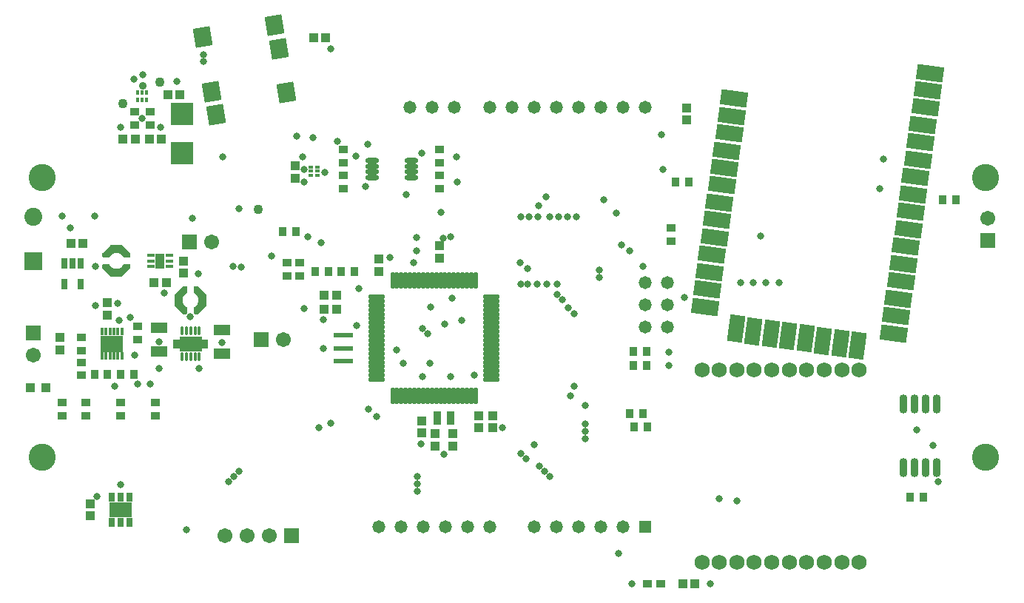
<source format=gts>
%FSLAX44Y44*%
%MOMM*%
G71*
G01*
G75*
G04 Layer_Color=8388736*
%ADD10C,0.7620*%
G04:AMPARAMS|DCode=11|XSize=2mm|YSize=1.75mm|CornerRadius=0mm|HoleSize=0mm|Usage=FLASHONLY|Rotation=279.640|XOffset=0mm|YOffset=0mm|HoleType=Round|Shape=Rectangle|*
%AMROTATEDRECTD11*
4,1,4,-1.0301,0.8394,0.6952,1.1324,1.0301,-0.8394,-0.6952,-1.1324,-1.0301,0.8394,0.0*
%
%ADD11ROTATEDRECTD11*%

%ADD12R,2.3000X2.3000*%
%ADD13R,0.8000X0.9000*%
%ADD14O,1.7500X0.3000*%
%ADD15R,0.7000X0.9000*%
%ADD16R,0.9000X0.7000*%
%ADD17R,0.9000X0.8000*%
%ADD18R,0.4900X0.3000*%
%ADD19R,0.5200X0.3000*%
%ADD20R,1.7000X1.1000*%
%ADD21C,0.4000*%
%ADD22R,1.0000X1.0000*%
%ADD23R,0.7000X1.4000*%
%ADD24R,0.5500X0.9500*%
%ADD25O,0.2800X0.8500*%
%ADD26R,2.4000X1.6500*%
%ADD27R,0.7000X0.3000*%
%ADD28R,1.0000X1.6000*%
%ADD29R,0.4500X0.8500*%
%ADD30R,2.4000X1.5000*%
%ADD31R,0.8500X0.7000*%
%ADD32O,0.7000X2.0000*%
%ADD33O,1.3500X0.4500*%
%ADD34R,2.0000X0.4000*%
G04:AMPARAMS|DCode=35|XSize=1.524mm|YSize=2.8448mm|CornerRadius=0mm|HoleSize=0mm|Usage=FLASHONLY|Rotation=82.000|XOffset=0mm|YOffset=0mm|HoleType=Round|Shape=Rectangle|*
%AMROTATEDRECTD35*
4,1,4,1.3025,-0.9525,-1.5146,-0.5566,-1.3025,0.9525,1.5146,0.5566,1.3025,-0.9525,0.0*
%
%ADD35ROTATEDRECTD35*%

G04:AMPARAMS|DCode=36|XSize=1.524mm|YSize=2.8448mm|CornerRadius=0mm|HoleSize=0mm|Usage=FLASHONLY|Rotation=352.000|XOffset=0mm|YOffset=0mm|HoleType=Round|Shape=Rectangle|*
%AMROTATEDRECTD36*
4,1,4,-0.9525,-1.3025,-0.5566,1.5146,0.9525,1.3025,0.5566,-1.5146,-0.9525,-1.3025,0.0*
%
%ADD36ROTATEDRECTD36*%

%ADD37O,0.3000X1.7500*%
%ADD38R,0.2500X0.7000*%
%ADD39R,2.3800X1.6500*%
%ADD40R,0.3000X0.4900*%
%ADD41R,0.3000X0.5200*%
%ADD42C,0.1905*%
%ADD43C,0.4064*%
%ADD44C,0.5080*%
%ADD45C,0.2540*%
%ADD46C,0.3048*%
%ADD47C,0.2032*%
%ADD48C,0.6096*%
%ADD49C,1.0160*%
%ADD50C,0.3556*%
%ADD51C,1.2700*%
%ADD52R,0.7000X0.2800*%
%ADD53R,1.5000X1.5000*%
%ADD54C,1.5000*%
%ADD55C,1.8500*%
%ADD56R,1.8500X1.8500*%
%ADD57R,1.5000X1.5000*%
%ADD58C,1.2700*%
%ADD59R,1.2700X1.2700*%
%ADD60C,1.5240*%
%ADD61C,2.9000*%
%ADD62C,0.6350*%
%ADD63C,0.9000*%
%ADD64C,0.7000*%
%ADD65C,0.5000*%
%ADD66C,0.6350*%
G04:AMPARAMS|DCode=67|XSize=0.65mm|YSize=1.35mm|CornerRadius=0mm|HoleSize=0mm|Usage=FLASHONLY|Rotation=13.600|XOffset=0mm|YOffset=0mm|HoleType=Round|Shape=Rectangle|*
%AMROTATEDRECTD67*
4,1,4,-0.1572,-0.7325,-0.4746,0.5797,0.1572,0.7325,0.4746,-0.5797,-0.1572,-0.7325,0.0*
%
%ADD67ROTATEDRECTD67*%

G04:AMPARAMS|DCode=68|XSize=0.4mm|YSize=1.35mm|CornerRadius=0mm|HoleSize=0mm|Usage=FLASHONLY|Rotation=13.600|XOffset=0mm|YOffset=0mm|HoleType=Round|Shape=Rectangle|*
%AMROTATEDRECTD68*
4,1,4,-0.0357,-0.7031,-0.3531,0.6090,0.0357,0.7031,0.3531,-0.6090,-0.0357,-0.7031,0.0*
%
%ADD68ROTATEDRECTD68*%

G04:AMPARAMS|DCode=69|XSize=0.825mm|YSize=1.15mm|CornerRadius=0mm|HoleSize=0mm|Usage=FLASHONLY|Rotation=13.600|XOffset=0mm|YOffset=0mm|HoleType=Round|Shape=Rectangle|*
%AMROTATEDRECTD69*
4,1,4,-0.2657,-0.6559,-0.5361,0.4619,0.2657,0.6559,0.5361,-0.4619,-0.2657,-0.6559,0.0*
%
%ADD69ROTATEDRECTD69*%

G04:AMPARAMS|DCode=70|XSize=0.775mm|YSize=1.15mm|CornerRadius=0mm|HoleSize=0mm|Usage=FLASHONLY|Rotation=13.600|XOffset=0mm|YOffset=0mm|HoleType=Round|Shape=Rectangle|*
%AMROTATEDRECTD70*
4,1,4,-0.2414,-0.6500,-0.5118,0.4678,0.2414,0.6500,0.5118,-0.4678,-0.2414,-0.6500,0.0*
%
%ADD70ROTATEDRECTD70*%

G04:AMPARAMS|DCode=71|XSize=1.2mm|YSize=1.55mm|CornerRadius=0mm|HoleSize=0mm|Usage=FLASHONLY|Rotation=13.600|XOffset=0mm|YOffset=0mm|HoleType=Round|Shape=Rectangle|*
%AMROTATEDRECTD71*
4,1,4,-0.4009,-0.8943,-0.7654,0.6122,0.4009,0.8943,0.7654,-0.6122,-0.4009,-0.8943,0.0*
%
%ADD71ROTATEDRECTD71*%

G04:AMPARAMS|DCode=72|XSize=2.51mm|YSize=1mm|CornerRadius=0mm|HoleSize=0mm|Usage=FLASHONLY|Rotation=13.600|XOffset=0mm|YOffset=0mm|HoleType=Round|Shape=Rectangle|*
%AMROTATEDRECTD72*
4,1,4,-1.1022,-0.7811,-1.3374,0.1909,1.1022,0.7811,1.3374,-0.1909,-1.1022,-0.7811,0.0*
%
%ADD72ROTATEDRECTD72*%

G04:AMPARAMS|DCode=73|XSize=1.2mm|YSize=2.1mm|CornerRadius=0mm|HoleSize=0mm|Usage=FLASHONLY|Rotation=13.600|XOffset=0mm|YOffset=0mm|HoleType=Round|Shape=Rectangle|*
%AMROTATEDRECTD73*
4,1,4,-0.3363,-1.1617,-0.8301,0.8795,0.3363,1.1617,0.8301,-0.8795,-0.3363,-1.1617,0.0*
%
%ADD73ROTATEDRECTD73*%

%ADD74C,0.0000*%
%ADD75C,0.1000*%
%ADD76C,0.2500*%
%ADD77C,0.6000*%
%ADD78C,0.2000*%
%ADD79C,0.1500*%
%ADD80R,0.4572X1.7018*%
%ADD81R,0.5842X0.1651*%
%ADD82R,0.6502X0.1854*%
%ADD83R,1.0500X0.6800*%
%ADD84R,0.5000X0.2600*%
%ADD85R,0.8000X1.4000*%
%ADD86O,0.2300X0.8000*%
%ADD87R,0.6500X0.2500*%
%ADD88R,0.0000X0.6000*%
G04:AMPARAMS|DCode=89|XSize=2.2032mm|YSize=1.9532mm|CornerRadius=0mm|HoleSize=0mm|Usage=FLASHONLY|Rotation=279.640|XOffset=0mm|YOffset=0mm|HoleType=Round|Shape=Rectangle|*
%AMROTATEDRECTD89*
4,1,4,-1.1473,0.9225,0.7783,1.2496,1.1473,-0.9225,-0.7783,-1.2496,-1.1473,0.9225,0.0*
%
%ADD89ROTATEDRECTD89*%

%ADD90R,2.5032X2.5032*%
%ADD91R,1.0032X1.1032*%
%ADD92O,1.9532X0.5032*%
%ADD93R,0.9032X1.1032*%
%ADD94R,1.1032X0.9032*%
%ADD95R,1.1032X1.0032*%
%ADD96R,0.5900X0.4000*%
%ADD97R,0.6200X0.4000*%
%ADD98R,1.9032X1.3032*%
%ADD99C,0.6032*%
%ADD100R,0.9032X1.6032*%
%ADD101R,0.7532X1.1532*%
%ADD102O,0.4200X0.9900*%
%ADD103R,2.5400X1.7900*%
%ADD104R,0.8400X0.4400*%
%ADD105R,1.1400X1.7400*%
%ADD106R,0.6532X1.0532*%
%ADD107R,2.6032X1.7032*%
%ADD108R,1.0532X0.9032*%
%ADD109O,0.9032X2.2032*%
%ADD110O,1.5532X0.6532*%
%ADD111R,2.2032X0.6032*%
G04:AMPARAMS|DCode=112|XSize=1.7272mm|YSize=3.048mm|CornerRadius=0mm|HoleSize=0mm|Usage=FLASHONLY|Rotation=82.000|XOffset=0mm|YOffset=0mm|HoleType=Round|Shape=Rectangle|*
%AMROTATEDRECTD112*
4,1,4,1.3890,-1.0673,-1.6294,-0.6431,-1.3890,1.0673,1.6294,0.6431,1.3890,-1.0673,0.0*
%
%ADD112ROTATEDRECTD112*%

G04:AMPARAMS|DCode=113|XSize=1.7272mm|YSize=3.048mm|CornerRadius=0mm|HoleSize=0mm|Usage=FLASHONLY|Rotation=352.000|XOffset=0mm|YOffset=0mm|HoleType=Round|Shape=Rectangle|*
%AMROTATEDRECTD113*
4,1,4,-1.0673,-1.3890,-0.6431,1.6294,1.0673,1.3890,0.6431,-1.6294,-1.0673,-1.3890,0.0*
%
%ADD113ROTATEDRECTD113*%

%ADD114O,0.5032X1.9532*%
%ADD115R,0.4532X0.9032*%
%ADD116R,2.5832X1.8532*%
%ADD117R,0.4000X0.5900*%
%ADD118R,0.4000X0.6200*%
%ADD119R,0.9032X0.4832*%
%ADD120R,1.7032X1.7032*%
%ADD121C,1.7032*%
%ADD122C,2.0532*%
%ADD123R,2.0532X2.0532*%
%ADD124R,1.7032X1.7032*%
%ADD125C,1.4732*%
%ADD126R,1.4732X1.4732*%
%ADD127C,1.7272*%
%ADD128C,3.1032*%
%ADD129C,0.8382*%
%ADD130C,1.1032*%
%ADD131C,0.9032*%
%ADD132C,0.7032*%
G36*
X-364991Y35598D02*
X-361843Y35597D01*
X-361838Y35598D01*
X-361822Y35597D01*
X-361822D01*
X-361805Y35598D01*
X-361754Y35595D01*
X-361705Y35594D01*
X-361688Y35591D01*
X-361671Y35590D01*
X-361622Y35581D01*
X-361573Y35573D01*
X-361557Y35568D01*
X-361540Y35565D01*
X-361533Y35562D01*
X-361532Y35562D01*
X-361511Y35555D01*
X-361493Y35549D01*
X-361445Y35534D01*
X-361429Y35528D01*
X-361413Y35522D01*
X-361410Y35521D01*
X-361408Y35520D01*
X-361406Y35519D01*
X-361361Y35497D01*
X-361323Y35480D01*
X-361320Y35478D01*
X-361308Y35471D01*
X-361290Y35463D01*
X-361288Y35461D01*
X-361286Y35460D01*
X-361240Y35429D01*
X-361206Y35408D01*
X-361195Y35400D01*
X-361179Y35389D01*
X-361177Y35387D01*
X-361175Y35386D01*
X-361133Y35349D01*
X-361102Y35324D01*
X-361093Y35314D01*
X-361078Y35301D01*
X-361076Y35299D01*
X-361074Y35297D01*
X-361071Y35294D01*
X-352286Y26507D01*
X-352271Y26494D01*
X-352255Y26476D01*
X-352237Y26458D01*
X-352219Y26435D01*
X-352210Y26426D01*
X-352202Y26415D01*
X-352183Y26393D01*
X-352170Y26373D01*
X-352154Y26353D01*
X-352142Y26332D01*
X-352132Y26318D01*
X-352123Y26302D01*
X-352109Y26282D01*
X-352099Y26260D01*
X-352086Y26238D01*
X-352085Y26235D01*
X-352077Y26218D01*
X-352068Y26201D01*
X-352060Y26181D01*
X-352051Y26163D01*
X-352050Y26159D01*
X-352050Y26159D01*
X-352049Y26156D01*
X-352043Y26137D01*
X-352032Y26112D01*
X-352027Y26094D01*
X-352020Y26076D01*
X-352015Y26056D01*
X-352008Y26037D01*
X-352007Y26032D01*
X-352007Y26032D01*
X-352007Y26029D01*
X-352003Y26010D01*
X-351996Y25984D01*
X-351993Y25965D01*
X-351988Y25946D01*
X-351986Y25925D01*
X-351982Y25905D01*
X-351980Y25878D01*
X-351977Y25851D01*
X-351976Y25832D01*
X-351974Y25813D01*
X-351975Y25792D01*
X-351973Y25772D01*
X-351974Y25762D01*
X-351975Y13415D01*
X-351974Y13410D01*
X-351975Y13394D01*
Y13394D01*
X-351974Y13377D01*
X-351977Y13326D01*
X-351978Y13277D01*
X-351981Y13260D01*
X-351982Y13243D01*
X-351991Y13194D01*
X-351999Y13145D01*
X-352004Y13128D01*
X-352007Y13112D01*
X-352010Y13105D01*
X-352010Y13104D01*
X-352016Y13085D01*
X-352023Y13064D01*
X-352038Y13017D01*
X-352044Y13001D01*
X-352050Y12985D01*
X-352051Y12982D01*
X-352052Y12980D01*
X-352053Y12978D01*
X-352075Y12933D01*
X-352092Y12895D01*
X-352094Y12892D01*
X-352101Y12880D01*
X-352109Y12862D01*
X-352111Y12860D01*
X-352112Y12858D01*
X-352143Y12812D01*
X-352164Y12778D01*
X-352172Y12767D01*
X-352183Y12751D01*
X-352185Y12749D01*
X-352186Y12747D01*
X-352223Y12705D01*
X-352248Y12674D01*
X-352258Y12665D01*
X-352271Y12650D01*
X-352273Y12648D01*
X-352274Y12646D01*
X-352278Y12643D01*
X-361046Y3876D01*
X-361050Y3871D01*
X-361065Y3858D01*
X-361078Y3843D01*
X-361114Y3812D01*
X-361148Y3780D01*
X-361164Y3768D01*
X-361179Y3755D01*
X-361218Y3729D01*
X-361256Y3701D01*
X-361274Y3692D01*
X-361290Y3681D01*
X-361333Y3661D01*
X-361374Y3638D01*
X-361393Y3632D01*
X-361409Y3623D01*
X-361410Y3623D01*
X-361410Y3623D01*
X-361413Y3622D01*
X-361461Y3606D01*
X-361499Y3591D01*
X-361502Y3590D01*
X-361516Y3587D01*
X-361535Y3580D01*
X-361538Y3580D01*
X-361540Y3579D01*
X-361594Y3569D01*
X-361633Y3560D01*
X-361647Y3558D01*
X-361667Y3554D01*
X-361669Y3554D01*
X-361671Y3554D01*
X-361726Y3550D01*
X-361766Y3546D01*
X-361780Y3547D01*
X-361800Y3546D01*
X-361802Y3546D01*
X-361805Y3546D01*
X-361809Y3546D01*
X-364925Y3550D01*
X-364951Y3549D01*
X-364998Y3546D01*
X-364999Y3546D01*
X-365000Y3546D01*
X-365000D01*
X-365018Y3547D01*
X-365036Y3546D01*
X-365084Y3551D01*
X-365132Y3554D01*
X-365133Y3554D01*
X-365134Y3554D01*
X-365151Y3558D01*
X-365169Y3560D01*
X-365215Y3571D01*
X-365263Y3580D01*
X-365264Y3580D01*
X-365265Y3580D01*
X-365282Y3586D01*
X-365299Y3591D01*
X-365344Y3607D01*
X-365390Y3623D01*
X-365391Y3623D01*
X-365391Y3623D01*
X-365391Y3623D01*
X-365393Y3624D01*
X-365394Y3625D01*
X-365396Y3625D01*
X-365410Y3633D01*
X-365424Y3638D01*
X-365461Y3658D01*
X-365513Y3683D01*
X-365514Y3684D01*
X-365516Y3685D01*
X-365532Y3696D01*
X-365542Y3701D01*
X-365568Y3720D01*
X-365624Y3757D01*
X-365625Y3758D01*
X-365627Y3759D01*
X-365645Y3776D01*
X-365651Y3779D01*
X-365664Y3792D01*
X-365676Y3803D01*
X-365725Y3845D01*
X-365726Y3846D01*
X-365727Y3847D01*
X-365746Y3869D01*
X-365748Y3871D01*
X-365752Y3875D01*
X-365759Y3885D01*
X-365774Y3902D01*
X-365813Y3945D01*
X-365814Y3947D01*
X-365815Y3948D01*
X-365831Y3972D01*
X-365836Y3979D01*
X-365849Y3999D01*
X-365854Y4007D01*
X-365887Y4056D01*
X-365888Y4058D01*
X-365889Y4059D01*
X-365900Y4082D01*
X-365907Y4092D01*
X-365921Y4124D01*
X-365947Y4176D01*
X-365947Y4178D01*
X-365948Y4179D01*
X-365949Y4182D01*
D01*
D01*
X-365949Y4182D01*
X-365956Y4201D01*
X-365961Y4214D01*
X-365973Y4254D01*
X-365992Y4308D01*
X-365992Y4309D01*
X-365992Y4309D01*
X-365996Y4329D01*
X-366000Y4342D01*
X-366006Y4382D01*
X-366008Y4390D01*
X-366018Y4440D01*
Y4440D01*
X-366018Y4440D01*
X-366019Y4461D01*
X-366021Y4474D01*
X-366023Y4515D01*
X-366023Y4521D01*
X-366026Y4573D01*
X-366026Y4573D01*
X-366026Y4574D01*
X-366026Y4578D01*
X-366024Y10852D01*
X-366025Y10867D01*
X-366025Y10892D01*
X-366026Y10918D01*
X-366023Y10959D01*
X-366022Y11001D01*
X-366019Y11026D01*
X-366017Y11051D01*
X-366008Y11092D01*
X-366002Y11133D01*
X-365996Y11155D01*
X-365993Y11167D01*
X-365992Y11171D01*
X-365990Y11182D01*
X-365983Y11204D01*
X-365983Y11204D01*
X-365982Y11204D01*
X-365976Y11221D01*
X-365965Y11261D01*
X-365957Y11278D01*
X-365952Y11294D01*
X-365949Y11301D01*
X-365946Y11308D01*
X-365945Y11311D01*
X-365937Y11327D01*
X-365936Y11329D01*
X-365928Y11344D01*
X-365926Y11350D01*
X-365911Y11384D01*
X-365903Y11396D01*
X-365894Y11415D01*
X-365889Y11422D01*
X-365885Y11431D01*
X-365876Y11444D01*
X-365874Y11448D01*
X-365861Y11467D01*
X-365857Y11473D01*
X-365841Y11498D01*
X-365835Y11506D01*
X-365821Y11527D01*
X-365816Y11534D01*
X-365810Y11542D01*
X-365800Y11553D01*
X-365797Y11557D01*
X-365777Y11579D01*
X-365772Y11585D01*
X-365771Y11586D01*
X-365758Y11602D01*
X-365753Y11607D01*
X-365734Y11629D01*
X-365729Y11634D01*
X-365728Y11634D01*
X-365727Y11635D01*
X-365722Y11642D01*
X-365711Y11651D01*
X-365707Y11655D01*
X-365678Y11680D01*
X-365667Y11689D01*
X-365661Y11695D01*
X-365659Y11696D01*
X-365635Y11718D01*
X-365630Y11722D01*
X-365628Y11723D01*
X-365626Y11724D01*
X-365620Y11729D01*
X-365610Y11736D01*
X-365604Y11741D01*
X-365569Y11763D01*
X-365525Y11794D01*
X-365520Y11796D01*
X-365518Y11798D01*
X-365515Y11799D01*
X-365512Y11801D01*
X-365512Y11801D01*
X-365509Y11803D01*
X-365499Y11808D01*
X-365491Y11812D01*
X-365450Y11832D01*
X-365406Y11854D01*
X-365404Y11855D01*
X-365401Y11856D01*
X-365398Y11857D01*
X-365395Y11858D01*
X-365392Y11860D01*
X-365390Y11860D01*
X-365389Y11861D01*
X-365379Y11864D01*
X-365370Y11869D01*
X-365325Y11883D01*
X-365278Y11899D01*
X-365274Y11900D01*
X-365271Y11901D01*
X-365269Y11901D01*
X-365266Y11903D01*
X-365262Y11903D01*
X-365262Y11904D01*
X-365258Y11904D01*
X-365253Y11905D01*
X-365248Y11907D01*
X-363600Y13172D01*
X-362161Y15046D01*
X-361257Y17229D01*
X-360949Y19572D01*
X-361257Y21915D01*
X-362161Y24098D01*
X-363600Y25972D01*
X-365249Y27238D01*
X-365262Y27240D01*
X-365268Y27243D01*
X-365278Y27245D01*
X-365302Y27253D01*
X-365325Y27259D01*
X-365327Y27260D01*
X-365331Y27261D01*
X-365334Y27262D01*
X-365336Y27263D01*
X-365362Y27274D01*
X-365389Y27283D01*
X-365396Y27286D01*
X-365404Y27289D01*
X-365406Y27290D01*
X-365427Y27301D01*
X-365448Y27309D01*
X-365452Y27311D01*
X-365455Y27312D01*
X-365457Y27314D01*
X-365459Y27315D01*
X-365482Y27328D01*
X-365509Y27341D01*
X-365517Y27346D01*
X-365525Y27350D01*
X-365546Y27365D01*
X-365565Y27376D01*
X-365568Y27378D01*
X-365570Y27379D01*
X-365572Y27380D01*
X-365574Y27382D01*
X-365594Y27397D01*
X-365620Y27415D01*
X-365627Y27421D01*
X-365635Y27426D01*
X-365656Y27445D01*
X-365671Y27456D01*
X-365674Y27459D01*
X-365676Y27461D01*
X-365677Y27462D01*
X-365680Y27464D01*
X-365696Y27480D01*
X-365722Y27502D01*
X-365728Y27509D01*
X-365734Y27515D01*
X-365754Y27538D01*
X-365766Y27550D01*
X-365769Y27554D01*
X-365771Y27555D01*
X-365771Y27556D01*
X-365774Y27559D01*
X-365787Y27576D01*
X-365810Y27602D01*
X-365816Y27610D01*
X-365821Y27617D01*
X-365838Y27643D01*
X-365848Y27656D01*
X-365851Y27659D01*
X-365853Y27663D01*
X-365853Y27663D01*
X-365855Y27666D01*
X-365864Y27682D01*
X-365885Y27713D01*
X-365889Y27722D01*
X-365894Y27729D01*
X-365907Y27755D01*
X-365918Y27775D01*
X-365920Y27780D01*
X-365921Y27781D01*
X-365930Y27803D01*
X-365945Y27833D01*
X-365946Y27836D01*
X-365948Y27841D01*
X-365948Y27842D01*
X-365949Y27844D01*
X-365952Y27850D01*
X-365960Y27873D01*
X-365970Y27898D01*
X-365972Y27903D01*
X-365972Y27905D01*
X-365978Y27925D01*
X-365979Y27930D01*
X-365990Y27962D01*
X-365991Y27968D01*
X-365991Y27968D01*
X-365993Y27974D01*
X-365993Y27977D01*
X-365997Y27996D01*
X-366006Y28027D01*
X-366006Y28033D01*
X-366007Y28034D01*
X-366009Y28054D01*
X-366010Y28060D01*
X-366017Y28093D01*
X-366017Y28099D01*
X-366017Y28099D01*
X-366018Y28115D01*
X-366019Y28126D01*
X-366024Y28159D01*
X-366024Y28165D01*
X-366024Y28166D01*
X-366024Y28189D01*
X-366024Y28193D01*
X-366026Y28226D01*
X-366026Y28232D01*
X-366026Y28233D01*
X-366022Y34481D01*
X-366023Y34524D01*
X-366026Y34567D01*
X-366025Y34591D01*
X-366026Y34615D01*
X-366021Y34657D01*
X-366018Y34701D01*
X-366014Y34724D01*
X-366011Y34748D01*
X-366001Y34789D01*
X-365993Y34832D01*
X-365990Y34841D01*
X-365989Y34844D01*
X-365984Y34857D01*
X-365980Y34878D01*
X-365964Y34917D01*
X-365950Y34959D01*
X-365949Y34962D01*
X-365947Y34966D01*
X-365946Y34971D01*
X-365937Y34987D01*
X-365931Y35002D01*
X-365913Y35036D01*
X-365891Y35082D01*
X-365888Y35086D01*
X-365886Y35090D01*
X-365873Y35109D01*
X-365867Y35120D01*
X-365850Y35144D01*
X-365817Y35193D01*
X-365814Y35197D01*
X-365811Y35201D01*
X-365793Y35221D01*
X-365788Y35227D01*
X-365775Y35242D01*
X-365770Y35247D01*
X-365729Y35294D01*
X-365726Y35297D01*
X-365722Y35301D01*
X-365699Y35322D01*
X-365696Y35324D01*
X-365692Y35328D01*
X-365681Y35337D01*
X-365674Y35343D01*
X-365629Y35383D01*
X-365625Y35385D01*
X-365621Y35389D01*
X-365595Y35406D01*
X-365588Y35412D01*
X-365568Y35424D01*
X-365518Y35458D01*
X-365514Y35460D01*
X-365510Y35463D01*
X-365485Y35474D01*
X-365474Y35482D01*
X-365444Y35494D01*
X-365399Y35517D01*
X-365394Y35519D01*
X-365391Y35521D01*
X-365390Y35521D01*
X-365390Y35521D01*
X-365387Y35522D01*
X-365366Y35529D01*
X-365351Y35536D01*
X-365315Y35546D01*
X-365298Y35552D01*
X-365272Y35561D01*
X-365271Y35561D01*
X-365264Y35564D01*
X-365262Y35564D01*
X-365260Y35565D01*
X-365238Y35569D01*
X-365223Y35573D01*
X-365186Y35579D01*
X-365133Y35590D01*
X-365131Y35590D01*
X-365129Y35590D01*
X-365106Y35591D01*
X-365091Y35594D01*
X-365053Y35595D01*
X-364999Y35598D01*
X-364997Y35598D01*
X-364995Y35598D01*
X-364991Y35598D01*
D02*
G37*
G36*
X-374983Y35597D02*
X-374961Y35598D01*
X-374916Y35593D01*
X-374871Y35590D01*
X-374850Y35586D01*
X-374828Y35584D01*
X-374785Y35573D01*
X-374740Y35565D01*
X-374731Y35561D01*
X-374728Y35561D01*
X-374716Y35557D01*
X-374698Y35552D01*
X-374656Y35537D01*
X-374613Y35522D01*
X-374610Y35521D01*
X-374606Y35519D01*
X-374602Y35517D01*
X-374587Y35510D01*
X-374573Y35505D01*
X-374538Y35486D01*
X-374490Y35463D01*
X-374486Y35460D01*
X-374482Y35458D01*
X-374465Y35446D01*
X-374455Y35441D01*
X-374430Y35423D01*
X-374379Y35389D01*
X-374375Y35385D01*
X-374371Y35383D01*
X-374352Y35366D01*
X-374347Y35363D01*
X-374333Y35350D01*
X-374325Y35342D01*
X-374278Y35301D01*
X-374275Y35298D01*
X-374271Y35294D01*
X-374252Y35272D01*
X-374250Y35271D01*
X-374246Y35266D01*
X-374238Y35257D01*
X-374229Y35246D01*
X-374189Y35201D01*
X-374187Y35197D01*
X-374183Y35193D01*
X-374167Y35169D01*
X-374162Y35163D01*
X-374150Y35142D01*
X-374149Y35141D01*
X-374114Y35090D01*
X-374112Y35086D01*
X-374109Y35082D01*
X-374099Y35059D01*
X-374092Y35049D01*
X-374078Y35018D01*
X-374055Y34971D01*
X-374053Y34966D01*
X-374051Y34962D01*
X-374051Y34962D01*
X-374051Y34962D01*
X-374050Y34959D01*
X-374043Y34939D01*
X-374038Y34927D01*
X-374026Y34888D01*
X-374021Y34872D01*
X-374011Y34844D01*
X-374011Y34843D01*
X-374008Y34835D01*
X-374008Y34834D01*
X-374007Y34832D01*
X-374003Y34812D01*
X-373999Y34798D01*
X-373993Y34759D01*
X-373982Y34704D01*
X-373982Y34702D01*
X-373982Y34701D01*
X-373981Y34680D01*
X-373978Y34666D01*
X-373977Y34627D01*
X-373974Y34571D01*
X-373974Y34569D01*
X-373974Y34567D01*
X-373974Y34563D01*
X-373976Y28291D01*
X-373975Y28276D01*
X-373975Y28257D01*
X-373974Y28237D01*
X-373974Y28235D01*
X-373974Y28232D01*
Y28232D01*
X-373977Y28187D01*
X-373978Y28143D01*
X-373981Y28123D01*
X-373982Y28104D01*
X-373982Y28101D01*
X-373983Y28099D01*
X-373985Y28084D01*
X-373985Y28084D01*
X-373987Y28074D01*
X-373991Y28054D01*
X-373998Y28010D01*
X-374003Y27992D01*
X-374007Y27972D01*
X-374008Y27970D01*
X-374009Y27968D01*
X-374012Y27957D01*
X-374013Y27953D01*
X-374024Y27922D01*
X-374035Y27882D01*
X-374043Y27864D01*
X-374050Y27845D01*
X-374051Y27843D01*
X-374051Y27842D01*
X-374052Y27841D01*
X-374055Y27834D01*
X-374058Y27827D01*
X-374076Y27790D01*
X-374090Y27760D01*
X-374098Y27745D01*
X-374109Y27722D01*
X-374114Y27715D01*
X-374118Y27707D01*
X-374145Y27668D01*
X-374159Y27645D01*
X-374167Y27636D01*
X-374183Y27611D01*
X-374189Y27604D01*
X-374194Y27597D01*
X-374231Y27556D01*
X-374243Y27541D01*
X-374249Y27535D01*
X-374271Y27510D01*
X-374277Y27504D01*
X-374283Y27498D01*
X-374328Y27460D01*
X-374331Y27457D01*
X-374339Y27449D01*
X-374343Y27446D01*
X-374371Y27421D01*
X-374376Y27418D01*
X-374377Y27418D01*
X-374378Y27416D01*
X-374378D01*
X-374385Y27411D01*
X-374433Y27379D01*
X-374446Y27371D01*
X-374447Y27370D01*
X-374448Y27370D01*
X-374482Y27346D01*
X-374485Y27345D01*
X-374486Y27344D01*
X-374487Y27344D01*
X-374488Y27343D01*
X-374491Y27342D01*
X-374497Y27338D01*
X-374550Y27313D01*
X-374602Y27287D01*
X-374602Y27287D01*
X-374603Y27286D01*
X-374604Y27286D01*
X-374606Y27285D01*
X-374607Y27285D01*
X-374608Y27284D01*
X-374613Y27283D01*
X-374618Y27280D01*
X-374619Y27280D01*
X-374676Y27261D01*
X-374683Y27259D01*
X-374729Y27243D01*
X-374731Y27242D01*
X-374733Y27242D01*
X-374733Y27242D01*
X-374734Y27241D01*
X-374740Y27240D01*
X-374746Y27238D01*
X-374752Y27237D01*
X-376400Y25972D01*
X-377839Y24098D01*
X-378743Y21915D01*
X-379052Y19572D01*
X-378743Y17229D01*
X-377839Y15046D01*
X-376400Y13172D01*
X-374752Y11907D01*
X-374746Y11906D01*
X-374735Y11902D01*
X-374728Y11901D01*
X-374700Y11891D01*
X-374670Y11883D01*
X-374665Y11881D01*
X-374659Y11879D01*
X-374649Y11875D01*
X-374639Y11872D01*
X-374630Y11868D01*
X-374619Y11864D01*
X-374618Y11864D01*
X-374609Y11860D01*
X-374602Y11857D01*
X-374573Y11843D01*
X-374547Y11832D01*
X-374542Y11829D01*
X-374536Y11827D01*
X-374527Y11821D01*
X-374517Y11817D01*
X-374509Y11812D01*
X-374497Y11806D01*
X-374490Y11801D01*
X-374482Y11797D01*
X-374454Y11779D01*
X-374431Y11765D01*
X-374426Y11761D01*
X-374421Y11759D01*
X-374413Y11752D01*
X-374403Y11746D01*
X-374397Y11741D01*
X-374385Y11733D01*
X-374378Y11727D01*
X-374371Y11723D01*
X-374345Y11699D01*
X-374325Y11684D01*
X-374320Y11679D01*
X-374316Y11676D01*
X-374309Y11669D01*
X-374300Y11662D01*
X-374295Y11656D01*
X-374283Y11646D01*
X-374277Y11640D01*
X-374271Y11634D01*
X-374246Y11606D01*
X-374230Y11589D01*
X-374226Y11584D01*
X-374222Y11581D01*
X-374217Y11573D01*
X-374208Y11564D01*
X-374205Y11559D01*
X-374194Y11547D01*
X-374189Y11540D01*
X-374183Y11533D01*
X-374162Y11501D01*
X-374149Y11484D01*
X-374146Y11480D01*
X-374143Y11475D01*
X-374142Y11474D01*
X-374140Y11470D01*
X-374137Y11464D01*
X-374131Y11456D01*
X-374128Y11451D01*
X-374118Y11437D01*
X-374114Y11429D01*
X-374109Y11422D01*
X-374093Y11388D01*
X-374080Y11365D01*
X-374076Y11357D01*
X-374075Y11353D01*
X-374070Y11343D01*
X-374067Y11338D01*
X-374066Y11334D01*
X-374058Y11317D01*
X-374055Y11310D01*
X-374052Y11303D01*
X-374051Y11302D01*
X-374051Y11301D01*
X-374050Y11298D01*
X-374040Y11269D01*
X-374028Y11241D01*
X-374026Y11233D01*
X-374025Y11229D01*
X-374021Y11213D01*
X-374020Y11213D01*
X-374020Y11209D01*
X-374013Y11191D01*
X-374012Y11187D01*
X-374009Y11176D01*
X-374008Y11174D01*
X-374007Y11172D01*
X-374002Y11141D01*
X-373993Y11112D01*
X-373992Y11103D01*
X-373992Y11100D01*
X-373989Y11076D01*
X-373987Y11070D01*
X-373985Y11060D01*
X-373985Y11059D01*
X-373983Y11045D01*
X-373982Y11043D01*
X-373982Y11040D01*
X-373980Y11010D01*
X-373976Y10979D01*
Y10971D01*
X-373976Y10967D01*
X-373976Y10943D01*
X-373974Y10912D01*
Y10912D01*
X-373974Y10909D01*
X-373974Y10907D01*
X-373974Y10903D01*
X-373978Y4655D01*
X-373977Y4622D01*
X-373974Y4577D01*
X-373975Y4555D01*
X-373974Y4533D01*
X-373979Y4488D01*
X-373982Y4443D01*
X-373986Y4422D01*
X-373988Y4400D01*
X-373999Y4356D01*
X-374007Y4312D01*
X-374010Y4303D01*
X-374011Y4300D01*
X-374015Y4288D01*
X-374020Y4270D01*
X-374035Y4228D01*
X-374050Y4185D01*
X-374051Y4182D01*
X-374053Y4178D01*
X-374055Y4173D01*
X-374062Y4159D01*
X-374067Y4145D01*
X-374086Y4110D01*
X-374109Y4062D01*
X-374112Y4058D01*
X-374114Y4054D01*
X-374126Y4037D01*
X-374131Y4027D01*
X-374149Y4002D01*
X-374183Y3951D01*
X-374187Y3947D01*
X-374189Y3943D01*
X-374206Y3924D01*
X-374210Y3919D01*
X-374222Y3905D01*
X-374230Y3897D01*
X-374271Y3850D01*
X-374274Y3847D01*
X-374278Y3843D01*
X-374300Y3824D01*
X-374301Y3822D01*
X-374306Y3818D01*
X-374315Y3810D01*
X-374326Y3801D01*
X-374371Y3761D01*
X-374375Y3758D01*
X-374379Y3755D01*
X-374403Y3739D01*
X-374409Y3734D01*
X-374430Y3721D01*
X-374431Y3720D01*
X-374482Y3686D01*
X-374486Y3684D01*
X-374490Y3681D01*
X-374513Y3670D01*
X-374523Y3664D01*
X-374554Y3650D01*
X-374602Y3627D01*
X-374606Y3625D01*
X-374609Y3623D01*
X-374610Y3623D01*
X-374610Y3623D01*
X-374613Y3622D01*
X-374632Y3615D01*
X-374646Y3609D01*
X-374683Y3598D01*
X-374703Y3591D01*
X-374728Y3583D01*
X-374729Y3583D01*
X-374736Y3580D01*
X-374738Y3580D01*
X-374740Y3579D01*
X-374760Y3575D01*
X-374774Y3571D01*
X-374812Y3565D01*
X-374867Y3554D01*
X-374869Y3554D01*
X-374871Y3554D01*
X-374892Y3553D01*
X-374906Y3550D01*
X-374945Y3549D01*
X-375001Y3546D01*
X-375003Y3546D01*
X-375005Y3546D01*
X-375009Y3546D01*
X-378157Y3547D01*
X-378162Y3546D01*
X-378178Y3547D01*
X-378178D01*
X-378195Y3546D01*
X-378246Y3549D01*
X-378295Y3550D01*
X-378312Y3553D01*
X-378329Y3554D01*
X-378378Y3563D01*
X-378427Y3571D01*
X-378443Y3576D01*
X-378460Y3579D01*
X-378467Y3582D01*
X-378468Y3582D01*
X-378489Y3589D01*
X-378508Y3595D01*
X-378555Y3609D01*
X-378571Y3616D01*
X-378587Y3622D01*
X-378590Y3623D01*
X-378592Y3624D01*
X-378594Y3625D01*
X-378639Y3647D01*
X-378677Y3664D01*
X-378680Y3665D01*
X-378692Y3673D01*
X-378710Y3681D01*
X-378712Y3683D01*
X-378714Y3684D01*
X-378760Y3715D01*
X-378794Y3735D01*
X-378805Y3744D01*
X-378821Y3755D01*
X-378823Y3757D01*
X-378825Y3758D01*
X-378867Y3795D01*
X-378898Y3820D01*
X-378907Y3830D01*
X-378922Y3843D01*
X-378924Y3845D01*
X-378926Y3846D01*
X-378929Y3850D01*
X-387714Y12636D01*
X-387729Y12650D01*
X-387743Y12666D01*
X-387758Y12680D01*
X-387779Y12706D01*
X-387789Y12716D01*
X-387797Y12728D01*
X-387817Y12751D01*
X-387828Y12768D01*
X-387842Y12785D01*
X-387856Y12809D01*
X-387868Y12824D01*
X-387877Y12841D01*
X-387891Y12862D01*
X-387900Y12881D01*
X-387911Y12899D01*
X-387912Y12902D01*
X-387921Y12923D01*
X-387932Y12942D01*
X-387939Y12961D01*
X-387949Y12981D01*
X-387957Y13003D01*
X-387966Y13025D01*
X-387972Y13046D01*
X-387980Y13067D01*
X-387985Y13087D01*
X-387992Y13107D01*
X-387993Y13112D01*
X-387993Y13112D01*
X-387993Y13115D01*
X-387996Y13130D01*
X-388003Y13153D01*
X-388006Y13175D01*
X-388012Y13196D01*
X-388014Y13218D01*
X-388018Y13239D01*
X-388019Y13262D01*
X-388023Y13285D01*
X-388023Y13308D01*
X-388026Y13329D01*
X-388025Y13350D01*
X-388027Y13372D01*
X-388026Y13382D01*
X-388025Y25729D01*
X-388026Y25734D01*
X-388025Y25750D01*
Y25750D01*
X-388026Y25767D01*
X-388023Y25817D01*
X-388022Y25867D01*
X-388019Y25884D01*
X-388018Y25901D01*
X-388009Y25950D01*
X-388001Y25999D01*
X-387996Y26015D01*
X-387993Y26032D01*
X-387990Y26039D01*
X-387990Y26040D01*
X-387984Y26059D01*
X-387977Y26079D01*
X-387962Y26127D01*
X-387956Y26143D01*
X-387950Y26159D01*
X-387949Y26162D01*
X-387948Y26164D01*
X-387947Y26166D01*
X-387925Y26211D01*
X-387908Y26249D01*
X-387906Y26252D01*
X-387899Y26264D01*
X-387891Y26282D01*
X-387889Y26284D01*
X-387888Y26286D01*
X-387857Y26332D01*
X-387836Y26366D01*
X-387828Y26377D01*
X-387817Y26393D01*
X-387815Y26395D01*
X-387814Y26397D01*
X-387777Y26439D01*
X-387752Y26470D01*
X-387742Y26479D01*
X-387729Y26494D01*
X-387727Y26496D01*
X-387726Y26498D01*
X-387722Y26501D01*
X-378954Y35268D01*
X-378950Y35273D01*
X-378935Y35286D01*
X-378922Y35301D01*
X-378886Y35332D01*
X-378852Y35364D01*
X-378836Y35376D01*
X-378821Y35389D01*
X-378782Y35415D01*
X-378744Y35442D01*
X-378726Y35452D01*
X-378710Y35463D01*
X-378668Y35483D01*
X-378626Y35505D01*
X-378607Y35512D01*
X-378591Y35521D01*
X-378590Y35521D01*
X-378590Y35521D01*
X-378587Y35522D01*
X-378540Y35538D01*
X-378501Y35553D01*
X-378498Y35554D01*
X-378484Y35557D01*
X-378465Y35563D01*
X-378462Y35564D01*
X-378460Y35565D01*
X-378406Y35575D01*
X-378368Y35584D01*
X-378353Y35586D01*
X-378333Y35589D01*
X-378331Y35590D01*
X-378329Y35590D01*
X-378274Y35593D01*
X-378234Y35597D01*
X-378220Y35597D01*
X-378200Y35598D01*
X-378198Y35598D01*
X-378195Y35598D01*
X-378191Y35598D01*
X-375081Y35594D01*
X-375050Y35595D01*
X-375005Y35598D01*
X-374983Y35597D01*
D02*
G37*
G36*
X-461190Y82598D02*
X-448843Y82597D01*
X-448838Y82598D01*
X-448822Y82597D01*
X-448822D01*
X-448805Y82598D01*
X-448755Y82595D01*
X-448705Y82594D01*
X-448688Y82591D01*
X-448671Y82590D01*
X-448622Y82581D01*
X-448573Y82573D01*
X-448557Y82568D01*
X-448540Y82565D01*
X-448533Y82562D01*
X-448532Y82562D01*
X-448513Y82556D01*
X-448493Y82549D01*
X-448445Y82535D01*
X-448429Y82528D01*
X-448413Y82522D01*
X-448410Y82521D01*
X-448408Y82520D01*
X-448406Y82519D01*
X-448361Y82497D01*
X-448323Y82480D01*
X-448320Y82478D01*
X-448308Y82471D01*
X-448290Y82463D01*
X-448288Y82461D01*
X-448286Y82460D01*
X-448240Y82429D01*
X-448206Y82408D01*
X-448195Y82400D01*
X-448179Y82389D01*
X-448177Y82387D01*
X-448175Y82386D01*
X-448133Y82349D01*
X-448102Y82324D01*
X-448093Y82314D01*
X-448078Y82301D01*
X-448076Y82299D01*
X-448074Y82298D01*
X-448071Y82294D01*
X-439304Y73526D01*
X-439299Y73522D01*
X-439286Y73507D01*
X-439271Y73494D01*
X-439240Y73458D01*
X-439208Y73424D01*
X-439196Y73408D01*
X-439183Y73393D01*
X-439157Y73354D01*
X-439130Y73316D01*
X-439120Y73298D01*
X-439109Y73282D01*
X-439089Y73239D01*
X-439067Y73198D01*
X-439060Y73179D01*
X-439052Y73163D01*
X-439051Y73162D01*
X-439051Y73162D01*
X-439050Y73159D01*
X-439034Y73111D01*
X-439019Y73073D01*
X-439018Y73070D01*
X-439015Y73056D01*
X-439009Y73036D01*
X-439008Y73034D01*
X-439007Y73032D01*
X-438997Y72978D01*
X-438988Y72939D01*
X-438986Y72925D01*
X-438983Y72905D01*
X-438982Y72903D01*
X-438982Y72901D01*
X-438979Y72846D01*
X-438975Y72806D01*
X-438975Y72792D01*
X-438974Y72772D01*
X-438974Y72770D01*
X-438974Y72767D01*
X-438974Y72763D01*
X-438978Y69647D01*
X-438977Y69621D01*
X-438974Y69574D01*
X-438974Y69573D01*
X-438974Y69572D01*
Y69572D01*
X-438975Y69554D01*
X-438974Y69536D01*
X-438979Y69488D01*
X-438982Y69440D01*
X-438983Y69439D01*
X-438983Y69439D01*
X-438986Y69421D01*
X-438988Y69403D01*
X-438999Y69357D01*
X-439008Y69309D01*
X-439008Y69308D01*
X-439009Y69307D01*
X-439015Y69290D01*
X-439019Y69273D01*
X-439035Y69228D01*
X-439051Y69182D01*
X-439052Y69181D01*
X-439052Y69181D01*
X-439052Y69181D01*
X-439052Y69179D01*
X-439053Y69178D01*
X-439053Y69176D01*
X-439061Y69162D01*
X-439066Y69148D01*
X-439086Y69111D01*
X-439111Y69059D01*
X-439112Y69058D01*
X-439113Y69057D01*
X-439124Y69040D01*
X-439129Y69030D01*
X-439148Y69005D01*
X-439185Y68948D01*
X-439186Y68947D01*
X-439187Y68945D01*
X-439204Y68927D01*
X-439207Y68921D01*
X-439221Y68907D01*
X-439231Y68896D01*
X-439273Y68847D01*
X-439274Y68846D01*
X-439276Y68845D01*
X-439297Y68826D01*
X-439299Y68824D01*
X-439303Y68820D01*
X-439313Y68813D01*
X-439330Y68798D01*
X-439374Y68759D01*
X-439375Y68758D01*
X-439376Y68757D01*
X-439400Y68741D01*
X-439407Y68736D01*
X-439427Y68723D01*
X-439435Y68718D01*
X-439485Y68685D01*
X-439486Y68684D01*
X-439487Y68683D01*
X-439510Y68672D01*
X-439521Y68665D01*
X-439552Y68651D01*
X-439604Y68625D01*
X-439606Y68625D01*
X-439608Y68624D01*
X-439610Y68623D01*
D01*
D01*
X-439610Y68623D01*
X-439629Y68616D01*
X-439642Y68611D01*
X-439682Y68599D01*
X-439737Y68580D01*
X-439737Y68580D01*
X-439737Y68580D01*
X-439757Y68576D01*
X-439771Y68572D01*
X-439810Y68566D01*
X-439819Y68564D01*
X-439868Y68554D01*
X-439868D01*
X-439868Y68554D01*
X-439889Y68553D01*
X-439902Y68551D01*
X-439943Y68549D01*
X-439949Y68549D01*
X-440001Y68546D01*
X-440001Y68546D01*
X-440002Y68546D01*
X-440006Y68546D01*
X-446280Y68548D01*
X-446295Y68547D01*
X-446320Y68547D01*
X-446346Y68546D01*
X-446388Y68549D01*
X-446429Y68549D01*
X-446454Y68553D01*
X-446479Y68555D01*
X-446520Y68563D01*
X-446561Y68570D01*
X-446583Y68576D01*
X-446595Y68579D01*
X-446599Y68580D01*
X-446610Y68582D01*
X-446632Y68590D01*
X-446632Y68590D01*
X-446632Y68590D01*
X-446650Y68596D01*
X-446689Y68607D01*
X-446706Y68615D01*
X-446722Y68620D01*
X-446729Y68623D01*
X-446736Y68626D01*
X-446739Y68627D01*
X-446755Y68635D01*
X-446757Y68636D01*
X-446773Y68644D01*
X-446778Y68646D01*
X-446812Y68661D01*
X-446824Y68669D01*
X-446843Y68678D01*
X-446851Y68683D01*
X-446859Y68687D01*
X-446872Y68696D01*
X-446876Y68698D01*
X-446895Y68711D01*
X-446901Y68716D01*
X-446926Y68731D01*
X-446934Y68737D01*
X-446955Y68751D01*
X-446962Y68757D01*
X-446970Y68762D01*
X-446981Y68772D01*
X-446985Y68775D01*
X-447007Y68795D01*
X-447013Y68800D01*
X-447014Y68801D01*
X-447030Y68814D01*
X-447035Y68819D01*
X-447057Y68837D01*
X-447062Y68843D01*
X-447062Y68844D01*
X-447063Y68845D01*
X-447070Y68850D01*
X-447079Y68861D01*
X-447083Y68865D01*
X-447108Y68894D01*
X-447117Y68905D01*
X-447123Y68911D01*
X-447124Y68913D01*
X-447146Y68937D01*
X-447150Y68942D01*
X-447151Y68944D01*
X-447152Y68946D01*
X-447157Y68952D01*
X-447164Y68962D01*
X-447169Y68968D01*
X-447191Y69003D01*
X-447222Y69047D01*
X-447224Y69052D01*
X-447226Y69054D01*
X-447227Y69057D01*
X-447229Y69060D01*
X-447229Y69060D01*
X-447231Y69063D01*
X-447236Y69073D01*
X-447241Y69081D01*
X-447260Y69122D01*
X-447282Y69166D01*
X-447283Y69168D01*
X-447284Y69171D01*
X-447285Y69174D01*
X-447286Y69177D01*
X-447288Y69180D01*
X-447289Y69182D01*
X-447289Y69183D01*
X-447293Y69193D01*
X-447297Y69202D01*
X-447311Y69247D01*
X-447327Y69294D01*
X-447328Y69298D01*
X-447329Y69300D01*
X-447329Y69303D01*
X-447331Y69306D01*
X-447332Y69310D01*
X-447332Y69310D01*
X-447332Y69314D01*
X-447333Y69319D01*
X-447335Y69324D01*
X-448600Y70972D01*
X-450474Y72411D01*
X-452657Y73315D01*
X-455000Y73623D01*
X-457343Y73315D01*
X-459526Y72411D01*
X-461400Y70972D01*
X-462666Y69323D01*
X-462668Y69310D01*
X-462671Y69304D01*
X-462673Y69294D01*
X-462681Y69270D01*
X-462687Y69247D01*
X-462688Y69245D01*
X-462689Y69241D01*
X-462690Y69238D01*
X-462691Y69236D01*
X-462702Y69210D01*
X-462711Y69183D01*
X-462715Y69176D01*
X-462717Y69168D01*
X-462718Y69166D01*
X-462729Y69145D01*
X-462738Y69124D01*
X-462739Y69121D01*
X-462741Y69117D01*
X-462742Y69115D01*
X-462743Y69113D01*
X-462756Y69090D01*
X-462769Y69063D01*
X-462774Y69056D01*
X-462779Y69047D01*
X-462793Y69026D01*
X-462804Y69007D01*
X-462806Y69004D01*
X-462808Y69002D01*
X-462809Y69000D01*
X-462810Y68998D01*
X-462826Y68978D01*
X-462843Y68952D01*
X-462849Y68945D01*
X-462854Y68937D01*
X-462873Y68916D01*
X-462884Y68901D01*
X-462887Y68898D01*
X-462889Y68896D01*
X-462890Y68895D01*
X-462892Y68892D01*
X-462909Y68876D01*
X-462930Y68850D01*
X-462937Y68844D01*
X-462943Y68837D01*
X-462966Y68818D01*
X-462978Y68806D01*
X-462982Y68803D01*
X-462984Y68801D01*
X-462985Y68801D01*
X-462987Y68798D01*
X-463004Y68785D01*
X-463030Y68762D01*
X-463038Y68756D01*
X-463045Y68751D01*
X-463071Y68734D01*
X-463084Y68724D01*
X-463087Y68721D01*
X-463091Y68719D01*
X-463091Y68719D01*
X-463094Y68717D01*
X-463111Y68707D01*
X-463141Y68687D01*
X-463150Y68683D01*
X-463157Y68678D01*
X-463183Y68665D01*
X-463203Y68654D01*
X-463208Y68652D01*
X-463209Y68651D01*
X-463231Y68642D01*
X-463261Y68627D01*
X-463264Y68626D01*
X-463269Y68624D01*
X-463270Y68623D01*
X-463272Y68623D01*
X-463278Y68620D01*
X-463301Y68612D01*
X-463326Y68602D01*
X-463332Y68600D01*
X-463333Y68600D01*
X-463353Y68594D01*
X-463358Y68593D01*
X-463390Y68582D01*
X-463396Y68581D01*
X-463396Y68581D01*
X-463402Y68580D01*
X-463405Y68579D01*
X-463424Y68575D01*
X-463455Y68566D01*
X-463461Y68566D01*
X-463462Y68565D01*
X-463482Y68563D01*
X-463488Y68562D01*
X-463521Y68555D01*
X-463527Y68555D01*
X-463527Y68555D01*
X-463543Y68554D01*
X-463554Y68553D01*
X-463587Y68548D01*
X-463593Y68548D01*
X-463595Y68548D01*
X-463614Y68548D01*
X-463621Y68548D01*
X-463654Y68546D01*
X-463660Y68546D01*
X-463661Y68546D01*
X-469909Y68550D01*
X-469952Y68549D01*
X-469995Y68546D01*
X-470019Y68547D01*
X-470043Y68547D01*
X-470086Y68551D01*
X-470129Y68554D01*
X-470152Y68558D01*
X-470176Y68561D01*
X-470217Y68571D01*
X-470260Y68579D01*
X-470269Y68582D01*
X-470272Y68583D01*
X-470285Y68587D01*
X-470306Y68592D01*
X-470346Y68608D01*
X-470387Y68622D01*
X-470390Y68623D01*
X-470394Y68625D01*
X-470399Y68626D01*
X-470415Y68635D01*
X-470430Y68641D01*
X-470464Y68659D01*
X-470510Y68681D01*
X-470514Y68684D01*
X-470518Y68686D01*
X-470537Y68699D01*
X-470548Y68705D01*
X-470572Y68722D01*
X-470621Y68755D01*
X-470625Y68758D01*
X-470629Y68761D01*
X-470649Y68779D01*
X-470656Y68784D01*
X-470670Y68797D01*
X-470675Y68802D01*
X-470722Y68843D01*
X-470726Y68846D01*
X-470729Y68850D01*
X-470750Y68873D01*
X-470752Y68876D01*
X-470756Y68880D01*
X-470765Y68891D01*
X-470771Y68898D01*
X-470811Y68943D01*
X-470814Y68947D01*
X-470817Y68951D01*
X-470834Y68977D01*
X-470840Y68984D01*
X-470853Y69005D01*
X-470886Y69054D01*
X-470888Y69058D01*
X-470891Y69062D01*
X-470902Y69087D01*
X-470910Y69098D01*
X-470923Y69127D01*
X-470946Y69173D01*
X-470947Y69178D01*
X-470949Y69181D01*
X-470949Y69182D01*
X-470949Y69182D01*
X-470950Y69185D01*
X-470957Y69206D01*
X-470964Y69220D01*
X-470975Y69257D01*
X-470980Y69274D01*
X-470989Y69300D01*
X-470989Y69301D01*
X-470992Y69308D01*
X-470992Y69310D01*
X-470993Y69312D01*
X-470997Y69334D01*
X-471001Y69349D01*
X-471007Y69386D01*
X-471018Y69439D01*
X-471018Y69441D01*
X-471018Y69443D01*
X-471020Y69466D01*
X-471022Y69481D01*
X-471023Y69519D01*
X-471026Y69573D01*
X-471026Y69575D01*
X-471026Y69577D01*
X-471026Y69581D01*
X-471025Y72729D01*
X-471026Y72734D01*
X-471025Y72750D01*
Y72750D01*
X-471026Y72767D01*
X-471023Y72818D01*
X-471022Y72867D01*
X-471019Y72884D01*
X-471018Y72901D01*
X-471009Y72950D01*
X-471001Y72999D01*
X-470996Y73015D01*
X-470993Y73032D01*
X-470990Y73039D01*
X-470990Y73040D01*
X-470983Y73061D01*
X-470977Y73080D01*
X-470963Y73127D01*
X-470956Y73143D01*
X-470950Y73159D01*
X-470949Y73162D01*
X-470948Y73164D01*
X-470947Y73166D01*
X-470925Y73211D01*
X-470908Y73249D01*
X-470907Y73252D01*
X-470899Y73264D01*
X-470891Y73282D01*
X-470889Y73284D01*
X-470888Y73286D01*
X-470857Y73332D01*
X-470836Y73366D01*
X-470828Y73377D01*
X-470817Y73393D01*
X-470815Y73395D01*
X-470814Y73397D01*
X-470777Y73439D01*
X-470752Y73470D01*
X-470742Y73479D01*
X-470729Y73494D01*
X-470727Y73496D01*
X-470726Y73498D01*
X-470722Y73501D01*
X-461936Y82286D01*
X-461922Y82301D01*
X-461904Y82317D01*
X-461886Y82335D01*
X-461863Y82353D01*
X-461854Y82362D01*
X-461843Y82370D01*
X-461821Y82389D01*
X-461801Y82402D01*
X-461781Y82418D01*
X-461760Y82430D01*
X-461746Y82441D01*
X-461730Y82450D01*
X-461710Y82463D01*
X-461688Y82473D01*
X-461666Y82486D01*
X-461663Y82487D01*
X-461646Y82495D01*
X-461629Y82504D01*
X-461609Y82512D01*
X-461591Y82521D01*
X-461587Y82522D01*
X-461587Y82522D01*
X-461584Y82523D01*
X-461566Y82529D01*
X-461541Y82540D01*
X-461522Y82545D01*
X-461504Y82552D01*
X-461484Y82557D01*
X-461465Y82564D01*
X-461460Y82565D01*
X-461460Y82565D01*
X-461457Y82565D01*
X-461438Y82569D01*
X-461412Y82576D01*
X-461393Y82579D01*
X-461374Y82584D01*
X-461353Y82586D01*
X-461334Y82590D01*
X-461306Y82592D01*
X-461279Y82595D01*
X-461260Y82596D01*
X-461241Y82598D01*
X-461220Y82597D01*
X-461200Y82599D01*
X-461190Y82598D01*
D02*
G37*
G36*
X-439983Y60597D02*
X-439961Y60598D01*
X-439916Y60593D01*
X-439871Y60590D01*
X-439850Y60586D01*
X-439828Y60584D01*
X-439785Y60573D01*
X-439740Y60565D01*
X-439731Y60562D01*
X-439728Y60561D01*
X-439716Y60557D01*
X-439698Y60553D01*
X-439656Y60537D01*
X-439613Y60522D01*
X-439610Y60521D01*
X-439606Y60519D01*
X-439602Y60517D01*
X-439587Y60510D01*
X-439573Y60505D01*
X-439538Y60486D01*
X-439490Y60462D01*
X-439486Y60460D01*
X-439482Y60458D01*
X-439465Y60446D01*
X-439455Y60441D01*
X-439431Y60423D01*
X-439379Y60389D01*
X-439375Y60385D01*
X-439371Y60383D01*
X-439352Y60366D01*
X-439347Y60363D01*
X-439333Y60349D01*
X-439325Y60342D01*
X-439278Y60301D01*
X-439275Y60297D01*
X-439271Y60294D01*
X-439252Y60272D01*
X-439250Y60271D01*
X-439246Y60266D01*
X-439238Y60257D01*
X-439229Y60246D01*
X-439189Y60201D01*
X-439187Y60197D01*
X-439183Y60193D01*
X-439167Y60169D01*
X-439162Y60163D01*
X-439150Y60142D01*
X-439149Y60141D01*
X-439114Y60090D01*
X-439112Y60086D01*
X-439109Y60082D01*
X-439099Y60059D01*
X-439092Y60049D01*
X-439078Y60018D01*
X-439055Y59970D01*
X-439053Y59966D01*
X-439051Y59963D01*
X-439051Y59962D01*
X-439051Y59962D01*
X-439050Y59959D01*
X-439043Y59939D01*
X-439038Y59927D01*
X-439026Y59889D01*
X-439020Y59869D01*
X-439011Y59844D01*
X-439011Y59843D01*
X-439008Y59836D01*
X-439008Y59834D01*
X-439007Y59832D01*
X-439003Y59812D01*
X-438999Y59798D01*
X-438993Y59760D01*
X-438982Y59705D01*
X-438982Y59703D01*
X-438982Y59701D01*
X-438981Y59680D01*
X-438978Y59666D01*
X-438977Y59627D01*
X-438974Y59571D01*
X-438974Y59569D01*
X-438974Y59567D01*
X-438974Y59563D01*
X-438975Y56415D01*
X-438974Y56410D01*
X-438975Y56394D01*
Y56394D01*
X-438974Y56377D01*
X-438977Y56326D01*
X-438978Y56277D01*
X-438981Y56260D01*
X-438982Y56243D01*
X-438991Y56194D01*
X-438999Y56145D01*
X-439004Y56129D01*
X-439007Y56112D01*
X-439010Y56105D01*
X-439010Y56104D01*
X-439017Y56083D01*
X-439023Y56064D01*
X-439038Y56017D01*
X-439044Y56001D01*
X-439050Y55985D01*
X-439051Y55982D01*
X-439052Y55980D01*
X-439053Y55978D01*
X-439075Y55933D01*
X-439092Y55894D01*
X-439094Y55892D01*
X-439101Y55880D01*
X-439109Y55862D01*
X-439111Y55860D01*
X-439112Y55858D01*
X-439143Y55812D01*
X-439164Y55778D01*
X-439172Y55767D01*
X-439183Y55751D01*
X-439185Y55749D01*
X-439186Y55746D01*
X-439223Y55705D01*
X-439248Y55674D01*
X-439258Y55665D01*
X-439271Y55650D01*
X-439273Y55648D01*
X-439275Y55646D01*
X-439278Y55643D01*
X-448064Y46858D01*
X-448078Y46843D01*
X-448094Y46829D01*
X-448108Y46814D01*
X-448134Y46793D01*
X-448145Y46783D01*
X-448156Y46775D01*
X-448179Y46755D01*
X-448196Y46743D01*
X-448213Y46730D01*
X-448237Y46716D01*
X-448253Y46704D01*
X-448269Y46695D01*
X-448290Y46681D01*
X-448309Y46672D01*
X-448327Y46661D01*
X-448330Y46660D01*
X-448351Y46651D01*
X-448370Y46640D01*
X-448390Y46633D01*
X-448409Y46623D01*
X-448431Y46616D01*
X-448453Y46606D01*
X-448474Y46600D01*
X-448495Y46592D01*
X-448515Y46587D01*
X-448535Y46580D01*
X-448559Y46576D01*
X-448581Y46569D01*
X-448603Y46566D01*
X-448625Y46561D01*
X-448646Y46558D01*
X-448667Y46554D01*
X-448690Y46553D01*
X-448714Y46549D01*
X-448736Y46549D01*
X-448758Y46546D01*
X-448778Y46547D01*
X-448800Y46545D01*
X-448810Y46546D01*
X-461157Y46547D01*
X-461162Y46546D01*
X-461178Y46547D01*
X-461178D01*
X-461195Y46546D01*
X-461246Y46549D01*
X-461295Y46550D01*
X-461312Y46553D01*
X-461329Y46554D01*
X-461378Y46563D01*
X-461427Y46571D01*
X-461443Y46576D01*
X-461460Y46579D01*
X-461467Y46582D01*
X-461468Y46582D01*
X-461487Y46588D01*
X-461508Y46595D01*
X-461555Y46610D01*
X-461571Y46616D01*
X-461587Y46622D01*
X-461590Y46623D01*
X-461592Y46624D01*
X-461594Y46625D01*
X-461639Y46647D01*
X-461678Y46664D01*
X-461680Y46666D01*
X-461692Y46673D01*
X-461710Y46681D01*
X-461712Y46683D01*
X-461714Y46684D01*
X-461760Y46715D01*
X-461794Y46736D01*
X-461805Y46744D01*
X-461821Y46755D01*
X-461823Y46757D01*
X-461825Y46758D01*
X-461867Y46795D01*
X-461898Y46820D01*
X-461907Y46830D01*
X-461922Y46843D01*
X-461924Y46845D01*
X-461926Y46846D01*
X-461929Y46850D01*
X-470696Y55618D01*
X-470701Y55622D01*
X-470714Y55637D01*
X-470729Y55650D01*
X-470760Y55686D01*
X-470793Y55720D01*
X-470804Y55736D01*
X-470817Y55751D01*
X-470843Y55790D01*
X-470871Y55828D01*
X-470880Y55846D01*
X-470891Y55862D01*
X-470911Y55904D01*
X-470934Y55946D01*
X-470941Y55965D01*
X-470949Y55981D01*
X-470949Y55982D01*
X-470949Y55982D01*
X-470950Y55985D01*
X-470966Y56033D01*
X-470981Y56071D01*
X-470982Y56074D01*
X-470985Y56088D01*
X-470992Y56108D01*
X-470992Y56110D01*
X-470993Y56112D01*
X-471003Y56166D01*
X-471012Y56205D01*
X-471014Y56219D01*
X-471018Y56239D01*
X-471018Y56241D01*
X-471018Y56243D01*
X-471021Y56298D01*
X-471026Y56338D01*
X-471025Y56352D01*
X-471026Y56372D01*
X-471026Y56374D01*
X-471026Y56377D01*
X-471026Y56381D01*
X-471022Y59491D01*
X-471023Y59522D01*
X-471026Y59567D01*
X-471025Y59589D01*
X-471026Y59611D01*
X-471021Y59656D01*
X-471018Y59701D01*
X-471014Y59722D01*
X-471012Y59744D01*
X-471001Y59788D01*
X-470993Y59832D01*
X-470990Y59841D01*
X-470989Y59844D01*
X-470985Y59856D01*
X-470981Y59874D01*
X-470965Y59916D01*
X-470950Y59959D01*
X-470949Y59962D01*
X-470947Y59966D01*
X-470946Y59970D01*
X-470938Y59985D01*
X-470933Y59999D01*
X-470914Y60034D01*
X-470891Y60082D01*
X-470888Y60086D01*
X-470886Y60090D01*
X-470874Y60107D01*
X-470869Y60117D01*
X-470851Y60142D01*
X-470817Y60193D01*
X-470814Y60197D01*
X-470811Y60201D01*
X-470794Y60220D01*
X-470791Y60225D01*
X-470778Y60239D01*
X-470770Y60247D01*
X-470729Y60294D01*
X-470726Y60297D01*
X-470722Y60301D01*
X-470700Y60320D01*
X-470699Y60322D01*
X-470695Y60326D01*
X-470685Y60334D01*
X-470674Y60343D01*
X-470629Y60383D01*
X-470625Y60385D01*
X-470621Y60389D01*
X-470597Y60405D01*
X-470591Y60410D01*
X-470570Y60423D01*
X-470569Y60423D01*
X-470518Y60458D01*
X-470514Y60460D01*
X-470510Y60462D01*
X-470487Y60473D01*
X-470477Y60480D01*
X-470446Y60494D01*
X-470399Y60517D01*
X-470394Y60519D01*
X-470390Y60521D01*
X-470390Y60521D01*
X-470390Y60521D01*
X-470387Y60522D01*
X-470368Y60529D01*
X-470355Y60535D01*
X-470316Y60546D01*
X-470300Y60551D01*
X-470272Y60561D01*
X-470271Y60561D01*
X-470263Y60564D01*
X-470262Y60564D01*
X-470260Y60565D01*
X-470240Y60569D01*
X-470226Y60573D01*
X-470187Y60579D01*
X-470132Y60590D01*
X-470130Y60590D01*
X-470129Y60590D01*
X-470108Y60591D01*
X-470094Y60594D01*
X-470055Y60595D01*
X-469999Y60598D01*
X-469997Y60598D01*
X-469995Y60598D01*
X-469991Y60598D01*
X-463719Y60596D01*
X-463704Y60597D01*
X-463685Y60597D01*
X-463665Y60598D01*
X-463663Y60598D01*
X-463660Y60598D01*
X-463660D01*
X-463615Y60595D01*
X-463571Y60594D01*
X-463551Y60591D01*
X-463532Y60590D01*
X-463529Y60590D01*
X-463527Y60589D01*
X-463513Y60587D01*
X-463512Y60587D01*
X-463502Y60585D01*
X-463482Y60581D01*
X-463439Y60574D01*
X-463420Y60568D01*
X-463400Y60565D01*
X-463398Y60564D01*
X-463396Y60563D01*
X-463385Y60560D01*
X-463381Y60559D01*
X-463350Y60548D01*
X-463310Y60536D01*
X-463292Y60529D01*
X-463274Y60522D01*
X-463271Y60521D01*
X-463270Y60521D01*
X-463269Y60521D01*
X-463262Y60517D01*
X-463255Y60514D01*
X-463219Y60496D01*
X-463188Y60483D01*
X-463173Y60474D01*
X-463150Y60462D01*
X-463143Y60458D01*
X-463135Y60454D01*
X-463096Y60427D01*
X-463074Y60413D01*
X-463064Y60405D01*
X-463039Y60389D01*
X-463032Y60383D01*
X-463025Y60378D01*
X-462984Y60341D01*
X-462969Y60329D01*
X-462963Y60323D01*
X-462938Y60301D01*
X-462932Y60295D01*
X-462926Y60289D01*
X-462888Y60244D01*
X-462885Y60241D01*
X-462877Y60233D01*
X-462874Y60229D01*
X-462849Y60201D01*
X-462846Y60195D01*
X-462846Y60195D01*
X-462845Y60194D01*
X-462839Y60187D01*
X-462807Y60138D01*
X-462799Y60126D01*
X-462798Y60125D01*
X-462798Y60124D01*
X-462775Y60090D01*
X-462773Y60087D01*
X-462772Y60086D01*
X-462772Y60085D01*
X-462771Y60084D01*
X-462770Y60081D01*
X-462766Y60075D01*
X-462741Y60022D01*
X-462715Y59970D01*
X-462715Y59970D01*
X-462715Y59970D01*
X-462714Y59968D01*
X-462713Y59966D01*
X-462713Y59966D01*
X-462712Y59964D01*
X-462711Y59959D01*
X-462708Y59955D01*
X-462708Y59953D01*
X-462689Y59896D01*
X-462687Y59889D01*
X-462671Y59843D01*
X-462671Y59841D01*
X-462670Y59839D01*
X-462670Y59839D01*
X-462669Y59838D01*
X-462668Y59832D01*
X-462666Y59826D01*
X-462665Y59820D01*
X-461400Y58172D01*
X-459526Y56733D01*
X-457343Y55829D01*
X-455000Y55521D01*
X-452657Y55829D01*
X-450474Y56733D01*
X-448600Y58172D01*
X-447335Y59820D01*
X-447334Y59826D01*
X-447330Y59837D01*
X-447329Y59844D01*
X-447319Y59872D01*
X-447311Y59902D01*
X-447309Y59907D01*
X-447308Y59913D01*
X-447303Y59923D01*
X-447300Y59933D01*
X-447296Y59942D01*
X-447292Y59953D01*
X-447292Y59955D01*
X-447288Y59963D01*
X-447285Y59970D01*
X-447271Y59999D01*
X-447260Y60025D01*
X-447257Y60030D01*
X-447255Y60036D01*
X-447249Y60045D01*
X-447245Y60055D01*
X-447240Y60063D01*
X-447234Y60075D01*
X-447229Y60082D01*
X-447225Y60090D01*
X-447207Y60118D01*
X-447193Y60141D01*
X-447190Y60146D01*
X-447187Y60151D01*
X-447180Y60159D01*
X-447174Y60169D01*
X-447169Y60175D01*
X-447161Y60187D01*
X-447155Y60194D01*
X-447151Y60201D01*
X-447127Y60227D01*
X-447112Y60247D01*
X-447107Y60252D01*
X-447104Y60256D01*
X-447097Y60263D01*
X-447090Y60272D01*
X-447084Y60277D01*
X-447074Y60289D01*
X-447068Y60295D01*
X-447062Y60301D01*
X-447034Y60326D01*
X-447018Y60342D01*
X-447012Y60346D01*
X-447009Y60349D01*
X-447001Y60355D01*
X-446992Y60363D01*
X-446987Y60367D01*
X-446975Y60378D01*
X-446968Y60383D01*
X-446961Y60389D01*
X-446929Y60410D01*
X-446912Y60423D01*
X-446908Y60426D01*
X-446903Y60429D01*
X-446902Y60430D01*
X-446898Y60432D01*
X-446892Y60436D01*
X-446884Y60441D01*
X-446879Y60444D01*
X-446865Y60454D01*
X-446857Y60458D01*
X-446850Y60462D01*
X-446817Y60479D01*
X-446793Y60493D01*
X-446785Y60496D01*
X-446782Y60497D01*
X-446771Y60502D01*
X-446766Y60505D01*
X-446762Y60506D01*
X-446745Y60514D01*
X-446738Y60517D01*
X-446731Y60521D01*
X-446730Y60521D01*
X-446729Y60521D01*
X-446726Y60522D01*
X-446697Y60532D01*
X-446669Y60544D01*
X-446661Y60546D01*
X-446658Y60547D01*
X-446642Y60551D01*
X-446641Y60552D01*
X-446638Y60553D01*
X-446619Y60559D01*
X-446615Y60560D01*
X-446604Y60563D01*
X-446602Y60564D01*
X-446600Y60565D01*
X-446570Y60571D01*
X-446540Y60578D01*
X-446531Y60580D01*
X-446528Y60581D01*
X-446504Y60583D01*
X-446498Y60585D01*
X-446488Y60587D01*
X-446488Y60587D01*
X-446473Y60589D01*
X-446471Y60590D01*
X-446468Y60590D01*
X-446438Y60592D01*
X-446407Y60596D01*
X-446399D01*
X-446395Y60596D01*
X-446371Y60596D01*
X-446340Y60598D01*
X-446340D01*
X-446338Y60598D01*
X-446335Y60598D01*
X-446331Y60598D01*
X-440083Y60594D01*
X-440050Y60595D01*
X-440005Y60598D01*
X-439983Y60597D01*
D02*
G37*
D22*
X-553076Y-80772D02*
D03*
X-536076D02*
D03*
D89*
X-345622Y257894D02*
D03*
X-341268Y232261D02*
D03*
X-356255Y320497D02*
D03*
X-260873Y257581D02*
D03*
X-269329Y307368D02*
D03*
X-273934Y334480D02*
D03*
D90*
X-380000Y187500D02*
D03*
Y232500D02*
D03*
D91*
X-433404Y204012D02*
D03*
X-417404Y204012D02*
D03*
X-203000Y9572D02*
D03*
X-217000D02*
D03*
X-203000Y25000D02*
D03*
X-217000D02*
D03*
X-215500Y320000D02*
D03*
X-229500D02*
D03*
X-382276Y255108D02*
D03*
X-396276D02*
D03*
X-507000Y84572D02*
D03*
X-493000D02*
D03*
X-398000Y39572D02*
D03*
X-412000D02*
D03*
X-447404Y204012D02*
D03*
X-403404Y204012D02*
D03*
X207000Y-305000D02*
D03*
X193000D02*
D03*
D92*
X-157190Y8624D02*
D03*
Y18624D02*
D03*
Y-71376D02*
D03*
Y-61376D02*
D03*
Y-66376D02*
D03*
Y-46376D02*
D03*
Y-51376D02*
D03*
Y-56376D02*
D03*
Y-26376D02*
D03*
Y-16376D02*
D03*
Y-21376D02*
D03*
Y-41376D02*
D03*
Y-31376D02*
D03*
Y-36376D02*
D03*
Y3624D02*
D03*
Y13624D02*
D03*
Y-11376D02*
D03*
Y-1376D02*
D03*
Y-6376D02*
D03*
Y23624D02*
D03*
X-25690Y-56376D02*
D03*
Y-46376D02*
D03*
Y-51376D02*
D03*
Y-71376D02*
D03*
Y-61376D02*
D03*
Y-66376D02*
D03*
Y-36376D02*
D03*
Y-41376D02*
D03*
Y-31376D02*
D03*
Y-11376D02*
D03*
Y-1376D02*
D03*
Y-6376D02*
D03*
Y-26376D02*
D03*
Y-16376D02*
D03*
Y-21376D02*
D03*
Y8624D02*
D03*
Y13624D02*
D03*
Y3624D02*
D03*
Y23624D02*
D03*
Y18624D02*
D03*
D93*
X-249548Y98044D02*
D03*
X-264548D02*
D03*
X-227500Y52500D02*
D03*
X-212500D02*
D03*
X-182500D02*
D03*
X-197500D02*
D03*
X152788Y-125476D02*
D03*
X137788D02*
D03*
X147708Y-110236D02*
D03*
X132708D02*
D03*
X136772Y-55372D02*
D03*
X151772D02*
D03*
X136772Y-39116D02*
D03*
X151772D02*
D03*
X453628Y-205740D02*
D03*
X468628D02*
D03*
X505340Y134620D02*
D03*
X490340D02*
D03*
X-465000Y-65428D02*
D03*
X-480000D02*
D03*
X185000Y155000D02*
D03*
X200000D02*
D03*
X-435000Y-65428D02*
D03*
X-450000D02*
D03*
D94*
X-260000Y62500D02*
D03*
Y47500D02*
D03*
X-85000Y162072D02*
D03*
Y147072D02*
D03*
X-85000Y177072D02*
D03*
Y192072D02*
D03*
X-195000Y177072D02*
D03*
Y192072D02*
D03*
X-195000Y162072D02*
D03*
Y147072D02*
D03*
X-416532Y220112D02*
D03*
Y235112D02*
D03*
X-430784Y-25280D02*
D03*
Y-10280D02*
D03*
X-517144Y-112656D02*
D03*
Y-97656D02*
D03*
X-410000Y-97928D02*
D03*
Y-112928D02*
D03*
X-450000Y-97928D02*
D03*
Y-112928D02*
D03*
X-490000Y-97928D02*
D03*
Y-112928D02*
D03*
X-495300Y-66428D02*
D03*
Y-51428D02*
D03*
X-433804Y220112D02*
D03*
Y235112D02*
D03*
X180000Y102072D02*
D03*
Y87072D02*
D03*
X-495000Y-37928D02*
D03*
Y-22928D02*
D03*
X-245000Y62500D02*
D03*
Y47500D02*
D03*
D95*
X-155000Y52572D02*
D03*
Y66572D02*
D03*
X-85000Y81572D02*
D03*
Y67572D02*
D03*
X-105664Y-132476D02*
D03*
Y-118476D02*
D03*
X-24384Y-112380D02*
D03*
Y-126380D02*
D03*
X-40640Y-126380D02*
D03*
Y-112380D02*
D03*
X-249936Y159116D02*
D03*
Y173116D02*
D03*
X-520000Y-37428D02*
D03*
Y-23428D02*
D03*
X-485000Y-213428D02*
D03*
Y-227428D02*
D03*
X-90000Y-147428D02*
D03*
Y-133428D02*
D03*
X197500Y239500D02*
D03*
Y225500D02*
D03*
X-70000Y-147428D02*
D03*
Y-133428D02*
D03*
X-465000Y16572D02*
D03*
Y2572D02*
D03*
X-378206Y50404D02*
D03*
Y64404D02*
D03*
D96*
X-224750Y172132D02*
D03*
Y167132D02*
D03*
Y162132D02*
D03*
X-232450D02*
D03*
Y167132D02*
D03*
D97*
Y172132D02*
D03*
D98*
X-406400Y-39408D02*
D03*
Y-12408D02*
D03*
X-334264Y-41440D02*
D03*
Y-14440D02*
D03*
D99*
X-356538Y19572D02*
D03*
X-383208D02*
D03*
X-455000Y51364D02*
D03*
Y78034D02*
D03*
D100*
X-87500Y-115428D02*
D03*
X-72500D02*
D03*
D101*
X-514500Y37572D02*
D03*
X-495500D02*
D03*
X-514500Y61572D02*
D03*
X-505000D02*
D03*
X-495500D02*
D03*
D102*
X-380000Y-45178D02*
D03*
X-375000Y-15678D02*
D03*
X-380000D02*
D03*
X-370000Y-45178D02*
D03*
X-360000D02*
D03*
X-365000D02*
D03*
X-375000D02*
D03*
X-370000Y-15678D02*
D03*
X-365000D02*
D03*
X-360000D02*
D03*
D103*
X-370000Y-30428D02*
D03*
D104*
X-415500Y58072D02*
D03*
Y64572D02*
D03*
Y71072D02*
D03*
X-394500Y58072D02*
D03*
Y64572D02*
D03*
Y71072D02*
D03*
D105*
X-405000Y64572D02*
D03*
D106*
X-460000Y-234928D02*
D03*
Y-205928D02*
D03*
X-450000Y-234928D02*
D03*
X-440000D02*
D03*
X-450000Y-205928D02*
D03*
X-440000D02*
D03*
D107*
X-450000Y-220428D02*
D03*
D108*
X152250Y-305000D02*
D03*
X167750D02*
D03*
D109*
X471350Y-171678D02*
D03*
X445950D02*
D03*
X458650D02*
D03*
X484050D02*
D03*
X445950Y-99178D02*
D03*
X458650D02*
D03*
X471350D02*
D03*
X484050D02*
D03*
D110*
X-162250Y159822D02*
D03*
Y172822D02*
D03*
Y166322D02*
D03*
Y179322D02*
D03*
X-117750Y159822D02*
D03*
Y166322D02*
D03*
Y179322D02*
D03*
Y172822D02*
D03*
D111*
X-195000Y-35428D02*
D03*
Y-50428D02*
D03*
Y-20428D02*
D03*
D112*
X218360Y11939D02*
D03*
X221153Y31810D02*
D03*
X223946Y51681D02*
D03*
X226738Y71551D02*
D03*
X229531Y91422D02*
D03*
X232323Y111293D02*
D03*
X235116Y131164D02*
D03*
X237909Y151034D02*
D03*
X240701Y170905D02*
D03*
X243494Y190776D02*
D03*
X246287Y210646D02*
D03*
X249079Y230517D02*
D03*
X251872Y250388D02*
D03*
X434423Y-18427D02*
D03*
X437215Y1444D02*
D03*
X440008Y21315D02*
D03*
X442801Y41186D02*
D03*
X445593Y61056D02*
D03*
X448386Y80927D02*
D03*
X451179Y100798D02*
D03*
X453971Y120669D02*
D03*
X456764Y140539D02*
D03*
X459557Y160410D02*
D03*
X462349Y180281D02*
D03*
X465142Y200152D02*
D03*
X467935Y220022D02*
D03*
X470727Y239893D02*
D03*
X473520Y259764D02*
D03*
X476313Y279634D02*
D03*
D113*
X273958Y-15881D02*
D03*
X313699Y-21467D02*
D03*
X293828Y-18674D02*
D03*
X254087Y-13089D02*
D03*
X393182Y-32637D02*
D03*
X333570Y-24259D02*
D03*
X373311Y-29844D02*
D03*
X353440Y-27052D02*
D03*
D114*
X-138940Y-89626D02*
D03*
X-133940D02*
D03*
X-118940D02*
D03*
X-128940D02*
D03*
X-123940D02*
D03*
X-103940D02*
D03*
X-113940D02*
D03*
X-108940D02*
D03*
X-133940Y41874D02*
D03*
X-128940D02*
D03*
X-123940D02*
D03*
X-138940D02*
D03*
X-108940D02*
D03*
X-103940D02*
D03*
X-118940D02*
D03*
X-113940D02*
D03*
X-58940Y-89626D02*
D03*
X-68940D02*
D03*
X-63940D02*
D03*
X-43940D02*
D03*
X-53940D02*
D03*
X-48940D02*
D03*
X-88940D02*
D03*
X-98940D02*
D03*
X-93940D02*
D03*
X-73940D02*
D03*
X-83940D02*
D03*
X-78940D02*
D03*
X-98940Y41874D02*
D03*
X-93940D02*
D03*
X-88940D02*
D03*
X-83940D02*
D03*
X-68940D02*
D03*
X-78940D02*
D03*
X-73940D02*
D03*
X-53940D02*
D03*
X-63940D02*
D03*
X-58940D02*
D03*
X-48940D02*
D03*
X-43940D02*
D03*
D115*
X-471250Y-44428D02*
D03*
X-466750D02*
D03*
X-471250Y-16428D02*
D03*
X-466750D02*
D03*
X-462250Y-44428D02*
D03*
X-457750D02*
D03*
X-453250D02*
D03*
X-448750D02*
D03*
X-462250Y-16428D02*
D03*
X-457750D02*
D03*
X-453250D02*
D03*
X-448750D02*
D03*
D116*
X-460000Y-30428D02*
D03*
D117*
X-430676Y249162D02*
D03*
Y256862D02*
D03*
X-420676Y249162D02*
D03*
X-425676D02*
D03*
Y256862D02*
D03*
D118*
X-420676D02*
D03*
D119*
X-385500Y-32918D02*
D03*
X-385500Y-27919D02*
D03*
X-354500Y-32918D02*
D03*
X-354500Y-27918D02*
D03*
D120*
X-371094Y86614D02*
D03*
X-255000Y-250000D02*
D03*
X-289600Y-25428D02*
D03*
D121*
X-345694Y86614D02*
D03*
X-550000Y-43128D02*
D03*
X-331200Y-250000D02*
D03*
X-305800D02*
D03*
X-280400D02*
D03*
X542500Y112900D02*
D03*
X-264200Y-25428D02*
D03*
D122*
X-550000Y114972D02*
D03*
D123*
Y64172D02*
D03*
D124*
Y-17728D02*
D03*
X542500Y87500D02*
D03*
D125*
X-154305Y-240030D02*
D03*
X-128905D02*
D03*
X-103505D02*
D03*
X175895Y39370D02*
D03*
Y13970D02*
D03*
Y-11430D02*
D03*
X150495D02*
D03*
Y13970D02*
D03*
Y39370D02*
D03*
X-1905Y240030D02*
D03*
X-52705Y-240030D02*
D03*
X150495Y240030D02*
D03*
X125095Y-240030D02*
D03*
Y240030D02*
D03*
X99695Y-240030D02*
D03*
Y240030D02*
D03*
X74295Y-240030D02*
D03*
Y240030D02*
D03*
X48895Y-240030D02*
D03*
Y240030D02*
D03*
X23495Y-240030D02*
D03*
Y240030D02*
D03*
X-27305Y-240030D02*
D03*
Y240030D02*
D03*
X-78105Y-240030D02*
D03*
X-67945Y240030D02*
D03*
X-93345D02*
D03*
X-118745D02*
D03*
D126*
X150495Y-240030D02*
D03*
D127*
X235000Y-280000D02*
D03*
X215000D02*
D03*
X255000D02*
D03*
X275000D02*
D03*
X235000Y-60000D02*
D03*
X215000D02*
D03*
X295000Y-280000D02*
D03*
X255000Y-60000D02*
D03*
X275000D02*
D03*
X335000Y-280000D02*
D03*
X315000D02*
D03*
X395000D02*
D03*
X355000D02*
D03*
X375000D02*
D03*
X335000Y-60000D02*
D03*
X295000D02*
D03*
X315000D02*
D03*
X395000D02*
D03*
X355000D02*
D03*
X375000D02*
D03*
D128*
X540000Y-160000D02*
D03*
Y160000D02*
D03*
X-540000Y-160000D02*
D03*
Y160000D02*
D03*
D129*
X-321056Y58420D02*
D03*
X-312500Y57500D02*
D03*
X-210000Y307500D02*
D03*
X-177500Y32500D02*
D03*
X-355000Y300000D02*
D03*
Y292500D02*
D03*
X-479806Y116078D02*
D03*
X-435000Y272500D02*
D03*
X-220308Y85000D02*
D03*
X-277500Y70000D02*
D03*
X-425000Y277500D02*
D03*
X-404340Y217452D02*
D03*
X-425676Y227612D02*
D03*
X-314960Y124460D02*
D03*
X177500Y-55000D02*
D03*
Y-40000D02*
D03*
X195000Y22500D02*
D03*
X303022Y39572D02*
D03*
X120000Y-270000D02*
D03*
X135000Y-305000D02*
D03*
X255000Y-210000D02*
D03*
X235000Y-207688D02*
D03*
X-478536Y13216D02*
D03*
X-516636Y116078D02*
D03*
X-479298Y58674D02*
D03*
X-453390Y16256D02*
D03*
X-361188Y49784D02*
D03*
X-370332Y1016D02*
D03*
X-248412Y207518D02*
D03*
X-167386Y198120D02*
D03*
X-180848Y184658D02*
D03*
X-240538Y169418D02*
D03*
X-229870Y205740D02*
D03*
X-333502Y183642D02*
D03*
X-241808D02*
D03*
X-400050Y27686D02*
D03*
X-239776Y154940D02*
D03*
X-216408Y166116D02*
D03*
X-179832Y-9652D02*
D03*
X-142240Y68580D02*
D03*
X-72136Y91948D02*
D03*
X-81280Y90043D02*
D03*
X-386052Y270284D02*
D03*
X-450060Y217452D02*
D03*
X-508000Y102108D02*
D03*
X-105664Y187452D02*
D03*
X225000Y-305000D02*
D03*
X-374904Y-243332D02*
D03*
X-202184Y201676D02*
D03*
X485512Y-188468D02*
D03*
X-477520Y-204724D02*
D03*
X-450088Y-191516D02*
D03*
X-406400Y-27940D02*
D03*
X-334264Y-28956D02*
D03*
X-430784Y-76708D02*
D03*
X-218440Y-2540D02*
D03*
X-45720Y-66548D02*
D03*
X-13208Y-126492D02*
D03*
X-106680Y-144780D02*
D03*
X-80264Y-156972D02*
D03*
X-72136Y-67564D02*
D03*
X-218064Y-35428D02*
D03*
X-95504Y11684D02*
D03*
X-367792Y113284D02*
D03*
X-438912Y-508D02*
D03*
X170688Y169164D02*
D03*
X168656Y208788D02*
D03*
X-169672Y149860D02*
D03*
X-122936Y140716D02*
D03*
X-83312Y120396D02*
D03*
X-111760Y75692D02*
D03*
Y90932D02*
D03*
X-65024Y154940D02*
D03*
X-66040Y183388D02*
D03*
X-235712Y91948D02*
D03*
X479416Y-146812D02*
D03*
X461128Y-128524D02*
D03*
X26416Y38100D02*
D03*
X27432Y115316D02*
D03*
X132080Y75692D02*
D03*
X116840Y119380D02*
D03*
X102616Y134620D02*
D03*
X-320887Y-182203D02*
D03*
X-326814Y-188130D02*
D03*
X-314960Y-176276D02*
D03*
X81280Y-122428D02*
D03*
X28786Y-170518D02*
D03*
X-452120Y-3556D02*
D03*
X-457200Y-78740D02*
D03*
X81280Y-139192D02*
D03*
X40640Y-182372D02*
D03*
X-434340Y-43688D02*
D03*
X-416560Y-76708D02*
D03*
X81280Y-130810D02*
D03*
X34713Y-176445D02*
D03*
X-110744Y-182038D02*
D03*
Y-198802D02*
D03*
Y-190420D02*
D03*
X65024Y-89916D02*
D03*
X68739Y-79089D02*
D03*
X81280Y-101092D02*
D03*
X71120Y115316D02*
D03*
X60960D02*
D03*
X-79248Y-7620D02*
D03*
X-114808Y62484D02*
D03*
X122936Y82804D02*
D03*
X97536Y53975D02*
D03*
Y45593D02*
D03*
X282448Y92964D02*
D03*
X147320Y58420D02*
D03*
X14055Y-161883D02*
D03*
X28448Y127508D02*
D03*
X8128Y-155956D02*
D03*
X36576Y137668D02*
D03*
X68739Y3905D02*
D03*
X61976Y10668D02*
D03*
X50800Y115316D02*
D03*
X40640D02*
D03*
X15875Y38100D02*
D03*
X15875Y55372D02*
D03*
X7493Y115316D02*
D03*
X-239776Y9652D02*
D03*
X-104648Y-67564D02*
D03*
X-96520Y-52324D02*
D03*
X-71120Y21844D02*
D03*
X-59944Y-3556D02*
D03*
X23368Y-145796D02*
D03*
X7112Y62484D02*
D03*
X7493Y38100D02*
D03*
X-104807Y-12541D02*
D03*
X-209296Y-121412D02*
D03*
X-98880Y-18468D02*
D03*
X-223520Y-126492D02*
D03*
X55611Y20080D02*
D03*
X49685Y26007D02*
D03*
X37831Y37861D02*
D03*
X49784Y38100D02*
D03*
X288489Y39572D02*
D03*
X259426D02*
D03*
X273958D02*
D03*
X-406400Y-58420D02*
D03*
X-134112Y-37084D02*
D03*
X-127000Y-52324D02*
D03*
X-166624Y-105156D02*
D03*
X-157480Y-113284D02*
D03*
X418432Y147132D02*
D03*
X422483Y181183D02*
D03*
X-360172Y-58928D02*
D03*
X17526Y114808D02*
D03*
D130*
X-292862Y123190D02*
D03*
X-405356Y269268D02*
D03*
X-448028Y244884D02*
D03*
D131*
X-424999Y265000D02*
D03*
D132*
X-377500Y-35428D02*
D03*
Y-25428D02*
D03*
X-362500Y-35428D02*
D03*
X-370000Y-30428D02*
D03*
X-362500Y-25428D02*
D03*
X-405000Y60572D02*
D03*
Y68572D02*
D03*
X-455000Y-215428D02*
D03*
Y-225428D02*
D03*
X-445000D02*
D03*
Y-215428D02*
D03*
X-465000Y-25428D02*
D03*
Y-35428D02*
D03*
X-455000D02*
D03*
Y-25428D02*
D03*
M02*

</source>
